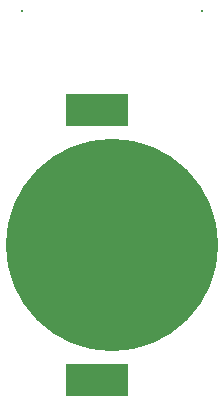
<source format=gbs>
G04*
G04 #@! TF.GenerationSoftware,Altium Limited,Altium Designer,19.0.10 (269)*
G04*
G04 Layer_Color=16711935*
%FSLAX25Y25*%
%MOIN*%
G70*
G01*
G75*
%ADD39C,0.00800*%
%ADD48C,0.70800*%
%ADD49R,0.20800X0.10800*%
D39*
X70000Y130000D02*
D03*
X10000D02*
D03*
D48*
X40000Y52000D02*
D03*
D49*
X35000Y7000D02*
D03*
Y97000D02*
D03*
M02*

</source>
